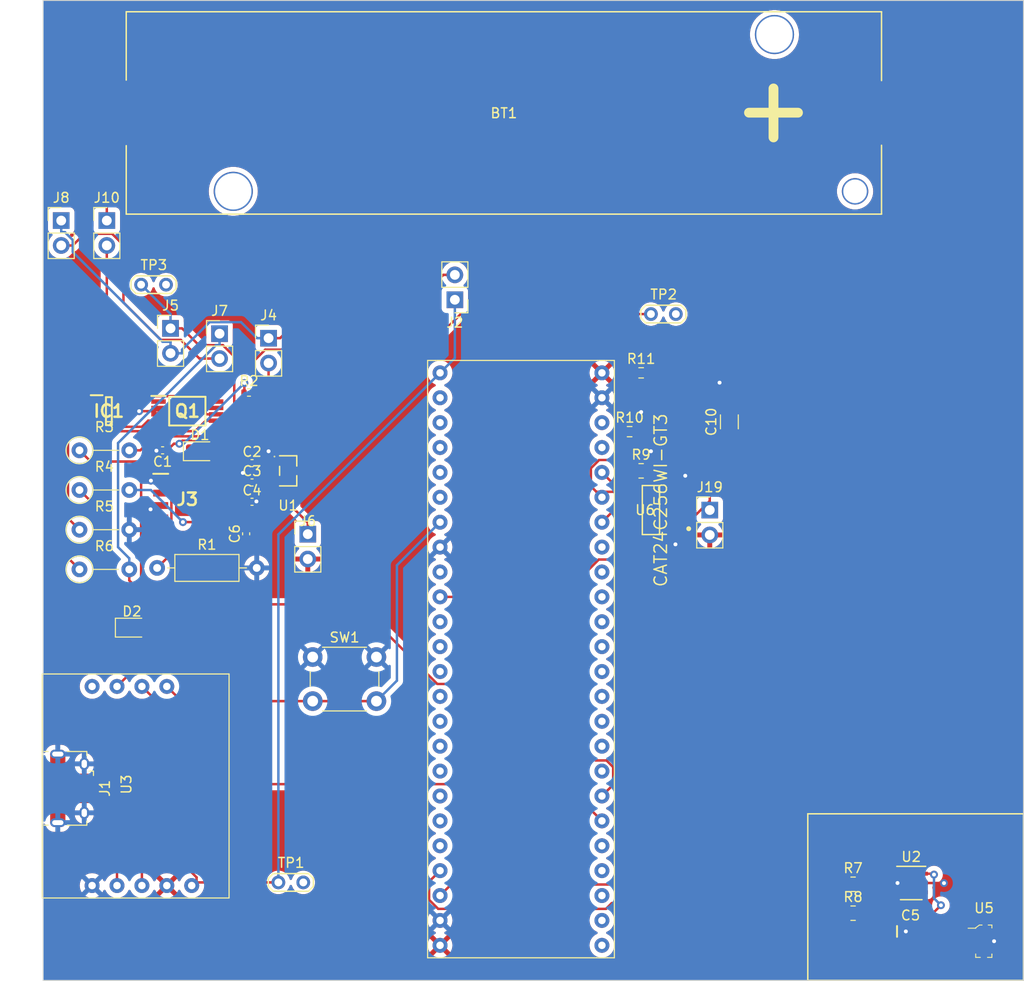
<source format=kicad_pcb>
(kicad_pcb (version 20221018) (generator pcbnew)
  (layers (0 "F.Cu" signal) (31 "B.Cu" signal) (34 "B.Paste" user) (35 "F.Paste" user) (36 "B.SilkS" user "B.Silkscreen") (37 "F.SilkS" user "F.Silkscreen") (38 "B.Mask" user) (39 "F.Mask" user) (44 "Edge.Cuts" user))
  (net 0 "")
  (net 1 "/Micro controller pin outs/NRST")
  (net 2 "GND")
  (net 3 "/Micro controller pin outs/PB6")
  (net 4 "/Micro controller pin outs/PA0")
  (net 5 "/SCL")
  (net 6 "/Micro controller pin outs/PB7")
  (net 7 "Net-(IC1-VCC)")
  (net 8 "Net-(J4-Pin_2)")
  (net 9 "Net-(IC1-CS)")
  (net 10 "Net-(D2-K)")
  (net 11 "Net-(J3-~{STDBY})")
  (net 12 "Net-(D1-K)")
  (net 13 "Net-(J3-~{CHRG})")
  (net 14 "Net-(J3-PROG2)")
  (net 15 "/Power module/Vcc_IC")
  (net 16 "Net-(J6-Pin_1)")
  (net 17 "Net-(J7-Pin_1)")
  (net 18 "/SDA")
  (net 19 "/Supply_Voltage")
  (net 20 "Vreg_Out")
  (net 21 "Data -")
  (net 22 "Data +")
  (net 25 "/Power module/V_Battery")
  (net 26 "/Battery+")
  (net 27 "Net-(J3-BAT)")
  (net 28 "Net-(IC1-GND)")
  (net 29 "/Battery-")
  (net 32 "/Power module/OC")
  (net 33 "/Power module/OD")
  (net 36 "/Micro controller pin outs/BOOT")
  (net 37 "/Power module/5V")
  (net 38 "Net-(J19-Pin_1)")
  (net 42 "/Micro controller pin outs/PA1")
  (net 43 "/Micro controller pin outs/PA2")
  (net 44 "/Micro controller pin outs/PA3")
  (net 45 "/Micro controller pin outs/PA4")
  (net 46 "/Micro controller pin outs/PA5")
  (net 47 "/Micro controller pin outs/PA6")
  (net 48 "/Micro controller pin outs/PA7")
  (net 49 "/Micro controller pin outs/PB0")
  (net 50 "/Micro controller pin outs/PB1")
  (net 51 "/Micro controller pin outs/PB2")
  (net 52 "/Micro controller pin outs/PB3")
  (net 53 "/Micro controller pin outs/PA15")
  (net 54 "/Micro controller pin outs/PA14")
  (net 55 "/Micro controller pin outs/PF7")
  (net 56 "/Micro controller pin outs/PF6")
  (net 57 "/Micro controller pin outs/PA13")
  (net 58 "/Micro controller pin outs/PA12")
  (net 59 "/Micro controller pin outs/PA11")
  (net 60 "/Micro controller pin outs/PA10")
  (net 61 "/Micro controller pin outs/PA9")
  (net 62 "/Micro controller pin outs/PA8")
  (net 63 "/Micro controller pin outs/PB15")
  (net 64 "/Micro controller pin outs/PB14")
  (net 65 "/Micro controller pin outs/PB13")
  (net 66 "/Micro controller pin outs/PB12")
  (net 67 "/Micro controller pin outs/PC13")
  (net 68 "/Micro controller pin outs/PC14")
  (net 69 "/Micro controller pin outs/PC15")
  (net 70 "/Micro controller pin outs/PF0")
  (net 71 "/Micro controller pin outs/PF1")
  (net 72 "/Micro controller pin outs/VDDA")
  (net 73 "/Micro controller pin outs/PB4")
  (net 74 "/Micro controller pin outs/PB5")
  (net 75 "/Micro controller pin outs/PB8")
  (net 76 "/Micro controller pin outs/PB9")
  (footprint "Capacitor_SMD:C_0402_1005Metric" (layer "F.Cu") (at 131.312 99.215)
    (fp_text reference "C2")
    (fp_text value "1uf")
  )
  (footprint "TestPoint:TestPoint_2Pads_Pitch2.54mm_Drill0.8mm" (layer "F.Cu") (at 120 81)
    (fp_text reference "TP3")
    (fp_text value "TestPoint")
  )
  (footprint "Capacitor_SMD:C_0402_1005Metric" (layer "F.Cu") (at 131.312 103.155)
    (fp_text reference "C4")
    (fp_text value "10uf")
  )
  (footprint "Capacitor_SMD:C_0402_1005Metric" (layer "F.Cu") (at 131.312 101.185)
    (fp_text reference "C3")
    (fp_text value "1uf")
  )
  (footprint "Connector_PinHeader_2.54mm:PinHeader_1x02_P2.54mm_Vertical" (layer "F.Cu") (at 111.85 74.46)
    (fp_text reference "J8")
    (fp_text value "Conn_01x02_Pin")
  )
  (footprint "Resistor_THT:R_Axial_DIN0207_L6.3mm_D2.5mm_P5.08mm_Vertical" (layer "F.Cu") (at 113.712 106.005)
    (fp_text reference "R5")
    (fp_text value "1k")
  )
  (footprint "Connector_PinHeader_2.54mm:PinHeader_1x02_P2.54mm_Vertical" (layer "F.Cu") (at 178 104)
    (fp_text reference "J19")
    (fp_text value "C5116481")
  )
  (footprint "BAT60JFILM:ON_Semi-751BD-01-12_2008-O-0" (layer "F.Cu") (at 172 104 180)
    (fp_text reference "U6")
    (fp_text value "CAT24C256WI-GT3")
  )
  (footprint "BAT60JFILM:18650_Holder_SMD" (layer "F.Cu") (at 157 64)
    (fp_text reference "BT1")
    (fp_text value "Battery_Cell")
  )
  (footprint "Connector_PinHeader_2.54mm:PinHeader_1x02_P2.54mm_Vertical" (layer "F.Cu") (at 116.5 74.46)
    (fp_text reference "J10")
    (fp_text value "Conn_01x02_Pin")
  )
  (footprint "TestPoint:TestPoint_2Pads_Pitch2.54mm_Drill0.8mm" (layer "F.Cu") (at 134 142)
    (fp_text reference "TP1")
    (fp_text value "TestPoint")
  )
  (footprint "Connector_USB:USB_Micro-B_Amphenol_10118194_Horizontal" (layer "F.Cu") (at 112.8 132.4 -90)
    (fp_text reference "J1")
    (fp_text value "USB_B_Micro")
  )
  (footprint "BAT60JFILM:FB8205A" (layer "F.Cu") (at 124.712 93.905)
    (fp_text reference "Q1")
    (fp_text value "Dual Mosfet FS8205A" hide)
  )
  (footprint "Resistor_SMD:R_0402_1005Metric" (layer "F.Cu") (at 131 92)
    (fp_text reference "R2")
    (fp_text value "400m")
  )
  (footprint "Package_SON:Texas_PWSON-N6" (layer "F.Cu") (at 198.55 142.06)
    (fp_text reference "U2")
    (fp_text value "HDC1080")
  )
  (footprint "BAT60JFILM:DW01A" (layer "F.Cu") (at 116.712 93.905)
    (fp_text reference "IC1")
    (fp_text value " battery protection IC  DW01A-G" hide)
  )
  (footprint "Resistor_THT:R_Axial_DIN0207_L6.3mm_D2.5mm_P5.08mm_Vertical" (layer "F.Cu") (at 113.712 101.955)
    (fp_text reference "R4")
    (fp_text value "1k")
  )
  (footprint "BAT60JFILM:CAPC2012X140N" (layer "F.Cu") (at 197.1 147)
    (fp_text reference "C5")
    (fp_text value "CL21B104KCFNNNE")
  )
  (footprint "BAT60JFILM:SOT-23-3" (layer "F.Cu") (at 205.95 148)
    (fp_text reference "U5")
    (fp_text value "MCP9701AT-E_TT")
  )
  (footprint "Resistor_THT:R_Axial_DIN0207_L6.3mm_D2.5mm_P5.08mm_Vertical" (layer "F.Cu") (at 113.712 110.055)
    (fp_text reference "R6")
    (fp_text value "100")
  )
  (footprint "LED_SMD:LED_0805_2012Metric" (layer "F.Cu") (at 119.0625 116)
    (fp_text reference "D2")
    (fp_text value "Red LED")
  )
  (footprint "Resistor_SMD:R_0603_1608Metric" (layer "F.Cu") (at 171 90)
    (fp_text reference "R11")
    (fp_text value "1k")
  )
  (footprint "Connector_PinHeader_2.54mm:PinHeader_1x02_P2.54mm_Vertical" (layer "F.Cu") (at 137 106.46)
    (fp_text reference "J6")
    (fp_text value "Conn_01x02_Pin")
  )
  (footprint "BAT60JFILM:STLINK_UCT" (layer "F.Cu") (at 118.81 132.16)
    (fp_text reference "U3")
    (fp_text value "STLINK_UCT")
  )
  (footprint "Button_Switch_THT:SW_PUSH_6mm" (layer "F.Cu") (at 137.5 119)
    (fp_text reference "SW1")
    (fp_text value "SW_Push")
  )
  (footprint "Resistor_SMD:R_0805_2012Metric" (layer "F.Cu") (at 192.62 142.19)
    (fp_text reference "R7")
    (fp_text value "4.7k")
  )
  (footprint "Diode_SMD:D_0805_2012Metric" (layer "F.Cu") (at 126 98)
    (fp_text reference "D1")
    (fp_text value "Green LED")
  )
  (footprint "Connector_PinHeader_2.54mm:PinHeader_1x02_P2.54mm_Vertical" (layer "F.Cu") (at 128 86)
    (fp_text reference "J7")
    (fp_text value "Conn_01x02_Pin")
  )
  (footprint "Capacitor_SMD:C_0402_1005Metric" (layer "F.Cu") (at 122.192 97.905 180)
    (fp_text reference "C1")
    (fp_text value "10uf")
  )
  (footprint "TestPoint:TestPoint_2Pads_Pitch2.54mm_Drill0.8mm" (layer "F.Cu") (at 172 84)
    (fp_text reference "TP2")
    (fp_text value "TestPoint")
  )
  (footprint "Resistor_THT:R_Axial_DIN0207_L6.3mm_D2.5mm_P10.16mm_Horizontal" (layer "F.Cu") (at 121.632 109.905)
    (fp_text reference "R1")
    (fp_text value "1.6k")
  )
  (footprint "Capacitor_SMD:C_1206_3216Metric" (layer "F.Cu") (at 180 95 90)
    (fp_text reference "C10")
    (fp_text value "10nF")
  )
  (footprint "Resistor_SMD:R_0603_1608Metric" (layer "F.Cu") (at 169.825 96)
    (fp_text reference "R10")
    (fp_text value "1k")
  )
  (footprint "BAT60JFILM:STM32F051C6T6" (layer "F.Cu") (at 156.6 118.02 -90)
    (fp_text reference "J9" hide)
    (fp_text value "Conn_02x24_Counter_Clockwise" hide)
  )
  (footprint "Capacitor_SMD:C_0402_1005Metric" (layer "F.Cu") (at 130.712 106.425 90)
    (fp_text reference "C6")
    (fp_text value "10uf")
  )
  (footprint "Resistor_SMD:R_0805_2012Metric" (layer "F.Cu") (at 171 100)
    (fp_text reference "R9")
    (fp_text value "10k")
  )
  (footprint "Connector_PinHeader_2.54mm:PinHeader_1x02_P2.54mm_Vertical" (layer "F.Cu") (at 152 82.54 180)
    (fp_text reference "J2")
    (fp_text value "Conn_01x02_Pin")
  )
  (footprint "BAT60JFILM:TP4056" (layer "F.Cu") (at 124.712 102.905)
    (fp_text reference "J3")
    (fp_text value "Battery Charger IC TP4056" hide)
  )
  (footprint "BAT60JFILM:SOT-23-3_L2.9-W1.6-P1.90-LS2.8-BR" (layer "F.Cu") (at 135 100 180)
    (fp_text reference "U1")
    (fp_text value "MCP1700T-3302E_TT")
  )
  (footprint "Resistor_THT:R_Axial_DIN0207_L6.3mm_D2.5mm_P5.08mm_Vertical" (layer "F.Cu") (at 113.712 97.905)
    (fp_text reference "R3")
    (fp_text value "1k")
  )
  (footprint "Connector_PinHeader_2.54mm:PinHeader_1x02_P2.54mm_Vertical" (layer "F.Cu") (at 123 85.46)
    (fp_text reference "J5")
    (fp_text value "Conn_01x02_Pin")
  )
  (footprint "Connector_PinHeader_2.54mm:PinHeader_1x02_P2.54mm_Vertical" (layer "F.Cu") (at 133 86.46)
    (fp_text reference "J4")
    (fp_text value "Conn_01x02_Pin")
  )
  (footprint "Resistor_SMD:R_0805_2012Metric" (layer "F.Cu") (at 192.62 145.14)
    (fp_text reference "R8")
    (fp_text value "4.7k")
  )
  (gr_rect (start 188 135) (end 210 152) (stroke (width 0.15)) (fill none) (layer "F.SilkS"))
  (gr_rect (start 110 52) (end 210 152) (stroke (width 0.1)) (fill none) (layer "Edge.Cuts"))
  (gr_text "Loic Kibambo\nBest Nkhumeleni\nMaisha Magavha\n" (at 200.5 99 90) (layer "F.Cu") (effects (font (size 1.5 1.5) (thickness 0.3) bold) (justify left bottom)))
  (gr_text "Group_22\n" (at 190.5 97 90) (layer "F.Cu") (effects (font (size 1.5 1.5) (thickness 0.3) bold) (justify left bottom)))
  (segment (start 124.12 123.5) (end 122.62 122) (width 0.25) (layer "F.Cu") (net 1))
  (segment (start 137.5 123.5) (end 124.12 123.5) (width 0.25) (layer "F.Cu") (net 1))
  (segment (start 144 123.5) (end 137.5 123.5) (width 0.25) (layer "F.Cu") (net 1))
  (segment (start 146.091 121.409) (end 144 123.5) (width 0.25) (layer "B.Cu") (net 1))
  (segment (start 150.49 105.24) (end 146.091 109.639) (width 0.25) (layer "B.Cu") (net 1))
  (segment (start 146.091 109.639) (end 146.091 121.409) (width 0.25) (layer "B.Cu") (net 1))
  (segment (start 174.316 104.635) (end 174.316 101.684) (width 0.25) (layer "F.Cu") (net 2))
  (segment (start 121.444 93.91) (end 121.774 93.58) (width 0.25) (layer "F.Cu") (net 2))
  (segment (start 122 103.54) (end 121.35 103.54) (width 0.25) (layer "F.Cu") (net 2))
  (segment (start 133 98) (end 133 98.007) (width 0.25) (layer "F.Cu") (net 2))
  (segment (start 174.316 107.316) (end 174.5 107.5) (width 0.25) (layer "F.Cu") (net 2))
  (segment (start 130.38 100.21) (end 130.825 100.21) (width 0.25) (layer "F.Cu") (net 2))
  (segment (start 122 101) (end 121 101) (width 0.25) (layer "F.Cu") (net 2))
  (segment (start 119.8 93.91) (end 121.444 93.91) (width 0.25) (layer "F.Cu") (net 2))
  (segment (start 169.684 104.635) (end 174.316 104.635) (width 0.25) (layer "F.Cu") (net 2))
  (segment (start 170.088 100) (end 170.088 99.9125) (width 0.25) (layer "F.Cu") (net 2))
  (segment (start 111.5 133.4) (end 111.5 135.3) (width 0.25) (layer "F.Cu") (net 2))
  (segment (start 114.2 133.7) (end 114.2 134.9) (width 0.25) (layer "F.Cu") (net 2))
  (segment (start 130.825 100.21) (end 131.792 101.177) (width 0.25) (layer "F.Cu") (net 2))
  (segment (start 131.792 101.177) (end 131.792 101.185) (width 0.25) (layer "F.Cu") (net 2))
  (segment (start 133 98.2851) (end 133.765 99.05) (width 0.25) (layer "F.Cu") (net 2))
  (segment (start 121.35 103.54) (end 120.962 103.927) (width 0.25) (layer "F.Cu") (net 2))
  (segment (start 180 93.525) (end 180 92) (width 0.25) (layer "F.Cu") (net 2))
  (segment (start 133 98.007) (end 133 98.2851) (width 0.25) (layer "F.Cu") (net 2))
  (segment (start 111.5 129.5) (end 111.5 131.4) (width 0.25) (layer "F.Cu") (net 2))
  (segment (start 133 98) (end 133 98.007) (width 0.25) (layer "F.Cu") (net 2))
  (segment (start 121.774 93.58) (end 121.774 94.23) (width 0.25) (layer "F.Cu") (net 2))
  (segment (start 111.5 131.4) (end 111.5 133.4) (width 0.25) (layer "F.Cu") (net 2))
  (segment (start 133 98.007) (end 131.792 99.215) (width 0.25) (layer "F.Cu") (net 2))
  (segment (start 174.316 101.684) (end 175.5 100.5) (width 0.25) (layer "F.Cu") (net 2))
  (segment (start 180 92) (end 179 91) (width 0.25) (layer "F.Cu") (net 2))
  (segment (start 174.316 105.905) (end 174.316 107.316) (width 0.25) (layer "F.Cu") (net 2))
  (segment (start 170.088 99.9125) (end 172 98) (width 0.25) (layer "F.Cu") (net 2))
  (via (at 198 147) (size 0.8) (drill 0.4) (layers "F.Cu" "B.Cu") (net 2))
  (via (at 121 101) (size 0.8) (drill 0.4) (layers "F.Cu" "B.Cu") (net 2))
  (via (at 197.15 142.06) (size 0.8) (drill 0.4) (layers "F.Cu" "B.Cu") (net 2))
  (via (at 172 98) (size 0.8) (drill 0.4) (layers "F.Cu" "B.Cu") (net 2))
  (via (at 174.5 107.5) (size 0.8) (drill 0.4) (layers "F.Cu" "B.Cu") (net 2))
  (via (at 207 148) (size 0.8) (drill 0.4) (layers "F.Cu" "B.Cu") (net 2))
  (via (at 121.56 97.94) (size 0.8) (drill 0.4) (layers "F.Cu" "B.Cu") (net 2))
  (via (at 119.8 93.91) (size 0.8) (drill 0.4) (layers "F.Cu" "B.Cu") (net 2))
  (via (at 131.76 103.12) (size 0.8) (drill 0.4) (layers "F.Cu" "B.Cu") (net 2))
  (via (at 130.38 100.21) (size 0.8) (drill 0.4) (layers "F.Cu" "B.Cu") (net 2))
  (via (at 120.962 103.927) (size 0.8) (drill 0.4) (layers "F.Cu" "B.Cu") (net 2))
  (via (at 179 91) (size 0.8) (drill 0.4) (layers "F.Cu" "B.Cu") (net 2))
  (via (at 175.5 100.5) (size 0.8) (drill 0.4) (layers "F.Cu" "B.Cu") (net 2))
  (via (at 171 94) (size 0.8) (drill 0.4) (layers "F.Cu" "B.Cu") (net 2))
  (via (at 133 98) (size 0.8) (drill 0.4) (layers "F.Cu" "B.Cu") (net 2))
  (segment (start 171.825 90) (end 172.862 91.0375) (width 0.25) (layer "F.Cu") (net 3))
  (segment (start 172.862 94.05) (end 173.285 94.05) (width 0.25) (layer "F.Cu") (net 3))
  (segment (start 168.875 103.365) (end 167 105.24) (width 0.25) (layer "F.Cu") (net 3))
  (segment (start 169.6839 103.365) (end 168.875 103.365) (width 0.25) (layer "F.Cu") (net 3))
  (segment (start 173.285 94.05) (end 173.852 94.6166) (width 0.25) (layer "F.Cu") (net 3))
  (segment (start 173.852 99.5903) (end 170.077 103.365) (width 0.25) (layer "F.Cu") (net 3))
  (segment (start 173.852 94.6166) (end 173.852 99.5903) (width 0.25) (layer "F.Cu") (net 3))
  (segment (start 170.077 103.365) (end 169.6839 103.365) (width 0.25) (layer "F.Cu") (net 3))
  (segment (start 172.862 91.0375) (end 172.862 94.05) (width 0.25) (layer "F.Cu") (net 3))
  (segment (start 204.9 148.325) (end 205.056 148.325) (width 0.25) (layer "F.Cu") (net 4))
  (segment (start 162.873 112.86) (end 150.49 112.86) (width 0.25) (layer "F.Cu") (net 4))
  (segment (start 175.719 109.05) (end 166.683 109.05) (width 0.25) (layer "F.Cu") (net 4))
  (segment (start 205.876 139.208) (end 175.719 109.05) (width 0.25) (layer "F.Cu") (net 4))
  (segment (start 204.9 148.95) (end 204.9 148.325) (width 0.25) (layer "F.Cu") (net 4))
  (segment (start 205.056 148.325) (end 205.876 147.505) (width 0.25) (layer "F.Cu") (net 4))
  (segment (start 205.876 147.505) (end 205.876 139.208) (width 0.25) (layer "F.Cu") (net 4))
  (segment (start 166.683 109.05) (end 162.873 112.86) (width 0.25) (layer "F.Cu") (net 4))
  (segment (start 168.001 144.114) (end 167.414 144.701) (width 0.25) (layer "F.Cu") (net 5))
  (segment (start 193.5325 145.14) (end 193.532 145.14) (width 0.25) (layer "F.Cu") (net 5))
  (segment (start 149.375 141.915) (end 150.49 140.8) (width 0.25) (layer "F.Cu") (net 5))
  (segment (start 149.375 143.776) (end 149.375 141.915) (width 0.25) (layer "F.Cu") (net 5))
  (segment (start 201.578 144.328) (end 200.766 145.14) (width 0.25) (layer "F.Cu") (net 5))
  (segment (start 200.87 141.199) (end 200.664 141.199) (width 0.25) (layer "F.Cu") (net 5))
  (segment (start 193.532 145.14) (end 192.506 144.114) (width 0.25) (layer "F.Cu") (net 5))
  (segment (start 192.506 144.114) (end 168.001 144.114) (width 0.25) (layer "F.Cu") (net 5))
  (segment (start 200.664 141.199) (end 200.575 141.11) (width 0.25) (layer "F.Cu") (net 5))
  (segment (start 200.766 145.14) (end 193.5325 145.14) (width 0.25) (layer "F.Cu") (net 5))
  (segment (start 167.414 144.701) (end 150.3 144.701) (width 0.25) (layer "F.Cu") (net 5))
  (segment (start 150.3 144.701) (end 149.375 143.776) (width 0.25) (layer "F.Cu") (net 5))
  (segment (start 200.575 141.11) (end 199.95 141.11) (width 0.25) (layer "F.Cu") (net 5))
  (via (at 200.87 141.199) (size 0.8) (drill 0.4) (layers "F.Cu" "B.Cu") (net 5))
  (via (at 201.578 144.328) (size 0.8) (drill 0.4) (layers "F.Cu" "B.Cu") (net 5))
  (segment (start 200.87 143.62) (end 201.578 144.328) (width 0.25) (layer "B.Cu") (net 5))
  (segment (start 200.87 141.199) (end 200.87 143.62) (width 0.25) (layer "B.Cu") (net 5))
  (segment (start 166.437 102.137) (end 167 102.7) (width 0.25) (layer "F.Cu") (net 6))
  (segment (start 167.76 98.89) (end 166.719 98.89) (width 0.25) (layer "F.Cu") (net 6))
  (segment (start 169.642 102.137) (end 169.6839 102.0951) (width 0.25) (layer "F.Cu") (net 6))
  (segment (start 165.874 99.7342) (end 165.874 101.574) (width 0.25) (layer "F.Cu") (net 6))
  (segment (start 165.874 101.574) (end 166.437 102.137) (width 0.25) (layer "F.Cu") (net 6))
  (segment (start 170.65 96) (end 167.76 98.89) (width 0.25) (layer "F.Cu") (net 6))
  (segment (start 166.719 98.89) (end 165.874 99.7342) (width 0.25) (layer "F.Cu") (net 6))
  (segment (start 169.6839 102.0951) (end 169.684 102.095) (width 0.25) (layer "F.Cu") (net 6))
  (segment (start 166.437 102.137) (end 169.642 102.137) (width 0.25) (layer "F.Cu") (net 6))
  (segment (start 169.6839 102.0951) (end 169.6839 102.095) (width 0.25) (layer "F.Cu") (net 6))
  (segment (start 117.037 93.905) (end 117.037 92.5027) (width 0.25) (layer "F.Cu") (net 7))
  (segment (start 116.383 91.8485) (end 114.497 91.8485) (width 0.25) (layer "F.Cu") (net 7))
  (segment (start 112.088 108.431) (end 113.712 110.055) (width 0.25) (layer "F.Cu") (net 7))
  (segment (start 112.088 94.2574) (end 112.088 108.431) (width 0.25) (layer "F.Cu") (net 7))
  (segment (start 117.962 93.905) (end 117.037 93.905) (width 0.25) (layer "F.Cu") (net 7))
  (segment (start 114.497 91.8485) (end 112.088 94.2574) (width 0.25) (layer "F.Cu") (net 7))
  (segment (start 117.037 92.5027) (end 116.383 91.8485) (width 0.25) (layer "F.Cu") (net 7))
  (segment (start 136.2351 100.0389) (end 136.2351 100) (width 0.25) (layer "F.Cu") (net 8))
  (segment (start 130.832 99.215) (end 130.832 99.2562) (width 0.25) (layer "F.Cu") (net 8))
  (segment (start 136.235 100.117) (end 136.235 100.078) (width 0.25) (layer "F.Cu") (net 8))
  (segment (start 133 91.5356) (end 130.832 93.7036) (width 0.25) (layer "F.Cu") (net 8))
  (segment (start 133 89) (end 133 91.5356) (width 0.25) (layer "F.Cu") (net 8))
  (segment (start 136.235 100.234) (end 136.235 100.156) (width 0.25) (layer "F.Cu") (net 8))
  (segment (start 130.832 99.2562) (end 132.398 100.822) (width 0.25) (layer "F.Cu") (net 8))
  (segment (start 136.235 100.039) (end 136.2351 100.0389) (width 0.25) (layer "F.Cu") (net 8))
  (segment (start 136.235 100.117) (end 136.235 100.078) (width 0.25) (layer "F.Cu") (net 8))
  (segment (start 136.235 100.156) (end 136.235 100.117) (width 0.25) (layer "F.Cu") (net 8))
  (segment (start 136.235 100.312) (end 136.235 100.234) (width 0.25) (layer "F.Cu") (net 8))
  (segment (start 136.235 100.078) (end 136.235 100.039) (width 0.25) (layer "F.Cu") (net 8))
  (segment (start 136.235 100.039) (end 136.235 100) (width 0.25) (layer "F.Cu") (net 8))
  (segment (start 136.235 100.234) (end 136.235 100.156) (width 0.25) (layer "F.Cu") (net 8))
  (segment (start 135.285 101.575) (end 136.235 100.625) (width 0.25) (layer "F.Cu") (net 8))
  (segment (start 132.398 100.822) (end 132.398 100.916) (width 0.25) (layer "F.Cu") (net 8))
  (segment (start 136.235 100.468) (end 136.235 100.312) (width 0.25) (layer "F.Cu") (net 8))
  (segment (start 132.398 100.916) (end 133.057 101.575) (width 0.25) (layer "F.Cu") (net 8))
  (segment (start 130.832 93.7036) (end 130.832 99.215) (width 0.25) (layer "F.Cu") (net 8))
  (segment (start 136.235 100.625) (end 136.235 100.468) (width 0.25) (layer "F.Cu") (net 8))
  (segment (start 136.235 100.468) (end 136.235 100.312) (width 0.25) (layer "F.Cu") (net 8))
  (segment (start 133.057 101.575) (end 135.285 101.575) (width 0.25) (layer "F.Cu") (net 8))
  (segment (start 116.387 92.4896) (end 116.202 92.3048) (width 0.25) (layer "F.Cu") (net 9))
  (segment (start 114.728 92.3048) (end 112.538 94.4938) (width 0.25) (layer "F.Cu") (net 9))
  (segment (start 112.538 104.832) (end 113.712 106.005) (width 0.25) (layer "F.Cu") (net 9))
  (segment (start 112.538 94.4938) (end 112.538 104.832) (width 0.25) (layer "F.Cu") (net 9))
  (segment (start 116.202 92.3048) (end 114.728 92.3048) (width 0.25) (layer "F.Cu") (net 9))
  (segment (start 115.462 93.905) (end 116.387 93.905) (width 0.25) (layer "F.Cu") (net 9))
  (segment (start 116.387 93.905) (end 116.387 92.4896) (width 0.25) (layer "F.Cu") (net 9))
  (segment (start 116.252 104.495) (end 116.252 114.127) (width 0.25) (layer "F.Cu") (net 10))
  (segment (start 116.252 114.127) (end 118.125 116) (width 0.25) (layer "F.Cu") (net 10))
  (segment (start 113.712 101.955) (end 116.252 104.495) (width 0.25) (layer "F.Cu") (net 10))
  (segment (start 125.859 105.23) (end 124.264 105.23) (width 0.25) (layer "F.Cu") (net 11))
  (segment (start 127.424 103.54) (end 126.336 103.54) (width 0.25) (layer "F.Cu") (net 11))
  (segment (start 126.336 104.752) (end 125.859 105.23) (width 0.25) (layer "F.Cu") (net 11))
  (segment (start 126.336 103.54) (end 126.336 104.752) (width 0.25) (layer "F.Cu") (net 11))
  (via (at 124.264 105.23) (size 0.8) (drill 0.4) (layers "F.Cu" "B.Cu") (net 11))
  (segment (start 118.792 101.955) (end 120.99 101.955) (width 0.25) (layer "B.Cu") (net 11))
  (segment (start 120.99 101.955) (end 124.264 105.23) (width 0.25) (layer "B.Cu") (net 11))
  (segment (start 124.014 99.0482) (end 125.062 98) (width 0.25) (layer "F.Cu") (net 12))
  (segment (start 113.712 97.905) (end 114.855 99.0482) (width 0.25) (layer "F.Cu") (net 12))
  (segment (start 114.855 99.0482) (end 124.014 99.0482) (width 0.25) (layer "F.Cu") (net 12))
  (segment (start 125.0625 98) (end 125.062 98) (width 0.25) (layer "F.Cu") (net 12))
  (segment (start 128.512 102.27) (end 128.512 98.0215) (width 0.25) (layer "F.Cu") (net 13))
  (segment (start 119.917 97.905) (end 118.792 97.905) (width 0.25) (layer "F.Cu") (net 13))
  (segment (start 121.348 96.4745) (end 119.917 97.905) (width 0.25) (layer "F.Cu") (net 13))
  (segment (start 126.965 96.4745) (end 121.348 96.4745) (width 0.25) (layer "F.Cu") (net 13))
  (segment (start 128.512 98.0215) (end 126.965 96.4745) (width 0.25) (layer "F.Cu") (net 13))
  (segment (start 127.424 102.27) (end 128.512 102.27) (width 0.25) (layer "F.Cu") (net 13))
  (segment (start 123.088 102.27) (end 123.088 108.449) (width 0.25) (layer "F.Cu") (net 14))
  (segment (start 123.088 108.449) (end 121.632 109.905) (width 0.25) (layer "F.Cu") (net 14))
  (segment (start 122 102.27) (end 123.088 102.27) (width 0.25) (layer "F.Cu") (net 14))
  (segment (start 126.938 98.0002) (end 126.938 98) (width 0.25) (layer "F.Cu") (net 15))
  (segment (start 122 104.81) (end 120.912 104.81) (width 0.25) (layer "F.Cu") (net 15))
  (segment (start 126.938 98) (end 126.938 97.9999) (width 0.25) (layer "F.Cu") (net 15))
  (segment (start 127.424 101) (end 126.88 101) (width 0.25) (layer "F.Cu") (net 15))
  (segment (start 130.49 92) (end 130.531 91.9587) (width 0.25) (layer "F.Cu") (net 15))
  (segment (start 120 100.975) (end 120.975 100) (width 0.25) (layer "F.Cu") (net 15))
  (segment (start 123.344 97.233) (end 122.672 97.905) (width 0.25) (layer "F.Cu") (net 15))
  (segment (start 126.938 97.9999) (end 125.864 96.9265) (width 0.25) (layer "F.Cu") (net 15))
  (segment (start 126.88 100) (end 126.88 98.0573) (width 0.25) (layer "F.Cu") (net 15))
  (segment (start 126.88 98.0573) (end 126.938 98.0002) (width 0.25) (layer "F.Cu") (net 15))
  (segment (start 126.938 97.9999) (end 126.9376 97.9999) (width 0.25) (layer "F.Cu") (net 15))
  (segment (start 130.531 91.9587) (end 130.531 91.0381) (width 0.25) (layer "F.Cu") (net 15))
  (segment (start 120 105.722) (end 120 100.975) (width 0.25) (layer "F.Cu") (net 15))
  (segment (start 120 116) (end 120 105.722) (width 0.25) (layer "F.Cu") (net 15))
  (segment (start 126.938 98) (end 126.938 97.9999) (width 0.25) (layer "F.Cu") (net 15))
  (segment (start 126.938 97.9999) (end 126.938 98) (width 0.25) (layer "F.Cu") (net 15))
  (segment (start 126.88 101) (end 126.88 100) (width 0.25) (layer "F.Cu") (net 15))
  (segment (start 126.938 97.9999) (end 126.938 98) (width 0.25) (layer "F.Cu") (net 15))
  (segment (start 120.975 100) (end 126.88 100) (width 0.25) (layer "F.Cu") (net 15))
  (segment (start 125.864 96.9265) (end 124.209 96.9265) (width 0.25) (layer "F.Cu") (net 15))
  (segment (start 123.903 97.233) (end 123.344 97.233) (width 0.25) (layer "F.Cu") (net 15))
  (segment (start 120.912 104.81) (end 120 105.722) (width 0.25) (layer "F.Cu") (net 15))
  (segment (start 126.938 97.9999) (end 126.938 98) (width 0.25) (layer "F.Cu") (net 15))
  (segment (start 126.9376 97.9999) (end 126.9375 98) (width 0.25) (layer "F.Cu") (net 15))
  (segment (start 124.209 96.9265) (end 123.903 97.233) (width 0.25) (layer "F.Cu") (net 15))
  (via (at 130.531 91.0381) (size 0.8) (drill 0.4) (layers "F.Cu" "B.Cu") (net 15))
  (via (at 123.903 97.233) (size 0.8) (drill 0.4) (layers "F.Cu" "B.Cu") (net 15))
  (segment (start 123.903 97.233) (end 124.336 97.233) (width 0.25) (layer "B.Cu") (net 15))
  (segment (start 124.336 97.233) (end 130.531 91.0381) (width 0.25) (layer "B.Cu") (net 15))
  (segment (start 136.96 99.3627) (end 135.352 99.3627) (width 0.25) (layer "F.Cu") (net 16))
  (segment (start 133.765 100.482) (end 133.765 100.638) (width 0.25) (layer "F.Cu") (net 16))
  (segment (start 135.612 102.054) (end 137.098 100.567) (width 0.25) (layer "F.Cu") (net 16))
  (segment (start 133.765 100.911) (end 133.7649 100.9111) (width 0.25) (layer "F.Cu") (net 16))
  (segment (start 133.765 100.833) (end 133.765 100.872) (width 0.25) (layer "F.Cu") (net 16))
  (segment (start 133.765 100.325) (end 133.765 100.482) (width 0.25) (layer "F.Cu") (net 16))
  (segment (start 137 105.285) (end 137 106.46) (width 0.25) (layer "F.Cu") (net 16))
  (segment (start 133.765 100.716) (end 133.765 100.794) (width 0.25) (layer "F.Cu") (net 16))
  (segment (start 135.612 103.897) (end 137 105.285) (width 0.25) (layer "F.Cu") (net 16))
  (segment (start 133.765 100.638) (end 133.765 100.716) (width 0.25) (layer "F.Cu") (net 16))
  (segment (start 131.625 102.054) (end 135.612 102.054) (width 0.25) (layer "F.Cu") (net 16))
  (segment (start 135.612 102.054) (end 135.612 103.897) (width 0.25) (layer "F.Cu") (net 16))
  (segment (start 137.098 99.5006) (end 136.96 99.3627) (width 0.25) (layer "F.Cu") (net 16))
  (segment (start 135.352 99.3627) (end 134.39 100.325) (width 0.25) (layer "F.Cu") (net 16))
  (segment (start 134.39 100.325) (end 133.765 100.325) (width 0.25) (layer "F.Cu") (net 16))
  (segment (start 133.7649 100.9111) (end 133.7649 100.95) (width 0.25) (layer "F.Cu") (net 16))
  (segment (start 133.765 100.794) (end 133.765 100.833) (width 0.25) (layer "F.Cu") (net 16))
  (segment (start 133.765 100.482) (end 133.765 100.638) (width 0.25) (layer "F.Cu") (net 16))
  (segment (start 137.098 100.567) (end 137.098 99.5006) (width 0.25) (layer "F.Cu") (net 16))
  (segment (start 130.832 101.26) (end 131.625 102.054) (width 0.25) (layer "F.Cu") (net 16))
  (segment (start 130.832 101.185) (end 130.832 101.26) (width 0.25) (layer "F.Cu") (net 16))
  (segment (start 133.765 100.911) (end 133.765 100.95) (width 0.25) (layer "F.Cu") (net 16))
  (segment (start 133.765 100.833) (end 133.765 100.872) (width 0.25) (layer "F.Cu") (net 16))
  (segment (start 172 84) (end 152.599 84) (width 0.25) (layer "F.Cu") (net 16))
  (segment (start 133.765 100.716) (end 133.765 100.794) (width 0.25) (layer "F.Cu") (net 16))
  (segment (start 152.599 84) (end 137.098 99.5006) (width 0.25) (layer "F.Cu") (net 16))
  (segment (start 133.765 100.872) (end 133.765 100.911) (width 0.25) (layer "F.Cu") (net 16))
  (segment (start 119.062 116.583) (end 119.506 117.026) (width 0.25) (layer "F.Cu") (net 17))
  (segment (start 118.792 110.055) (end 118.792 111.18) (width 0.25) (layer "F.Cu") (net 17))
  (segment (start 120.591 117.026) (end 130.712 106.905) (width 0.25) (layer "F.Cu") (net 17))
  (segment (start 119.062 111.451) (end 119.062 116.583) (width 0.25) (layer "F.Cu") (net 17))
  (segment (start 119.506 117.026) (end 120.591 117.026) (width 0.25) (layer "F.Cu") (net 17))
  (segment (start 118.792 111.18) (end 119.062 111.451) (width 0.25) (layer "F.Cu") (net 17))
  (segment (start 127.633 87.1751) (end 117.647 97.1607) (width 0.25) (layer "B.Cu") (net 17))
  (segment (start 118.792 108.93) (end 118.792 110.055) (width 0.25) (layer "B.Cu") (net 17))
  (segment (start 117.647 97.1607) (end 117.647 107.785) (width 0.25) (layer "B.Cu") (net 17))
  (segment (start 128 87.1751) (end 127.633 87.1751) (width 0.25) (layer "B.Cu") (net 17))
  (segment (start 117.647 107.785) (end 118.792 108.93) (width 0.25) (layer "B.Cu") (net 17))
  (segment (start 128 86) (end 128 87.1751) (width 0.25) (layer "B.Cu") (net 17))
  (segment (start 196.672 139.05) (end 197.15 139.528) (width 0.25) (layer "F.Cu") (net 18))
  (segment (start 150.49 143.34) (end 151.616 142.214) (width 0.25) (layer "F.Cu") (net 18))
  (segment (start 193.275 142.448) (end 193.404 142.319) (width 0.25) (layer "F.Cu") (net 18))
  (segment (start 193.5 142.222) (end 193.516 142.206) (width 0.25) (layer "F.Cu") (net 18))
  (segment (start 193.531 142.191) (end 193.5315 142.191) (width 0.25) (layer "F.Cu") (net 18))
  (segment (start 193.528 142.194) (end 193.53 142.192) (width 0.25) (layer "F.Cu") (net 18))
  (segment (start 193.53 142.192) (end 193.531 142.191) (width 0.25) (layer "F.Cu") (net 18))
  (segment (start 197.15 139.528) (end 197.15 141.11) (width 0.25) (layer "F.Cu") (net 18))
  (segment (start 193.275 142.448) (end 193.404 142.319) (width 0.25) (layer "F.Cu") (net 18))
  (segment (start 192.503 143.22) (end 193.018 142.705) (width 0.25) (layer "F.Cu") (net 18))
  (segment (start 193.524 142.198) (end 193.528 142.194) (width 0.25) (layer "F.Cu") (net 18))
  (segment (start 193.524 142.198) (end 193.528 142.194) (width 0.25) (layer "F.Cu") (net 18))
  (segment (start 193.404 142.319) (end 193.468 142.254) (width 0.25) (layer "F.Cu") (net 18))
  (segment (start 193.53 142.192) (end 193.531 142.191) (width 0.25) (layer "F.Cu") (net 18))
  (segment (start 193.5315 142.191) (end 193.5325 142.19) (width 0.25) (layer "F.Cu") (net 18))
  (segment (start 193.018 142.705) (end 193.275 142.448) (width 0.25) (layer "F.Cu") (net 18))
  (segment (start 193.5 142.222) (end 193.516 142.206) (width 0.25) (layer "F.Cu") (net 18))
  (segment (start 169.66 142.214) (end 170.666 143.22) (width 0.25) (layer "F.Cu") (net 18))
  (segment (start 193.468 142.254) (end 193.5 142.222) (width 0.25) (layer "F.Cu") (net 18))
  (segment (start 170.666 143.22) (end 192.503 143.22) (width 0.25) (layer "F.Cu") (net 18))
  (segment (start 193.018 142.705) (end 193.275 142.448) (width 0.25) (layer "F.Cu") (net 18))
  (segment (start 193.516 142.206) (end 193.524 142.198) (width 0.25) (layer "F.Cu") (net 18))
  (segment (start 193.532 142.19) (end 196.672 139.05) (width 0.25) (layer "F.Cu") (net 18))
  (segment (start 193.531 142.191) (end 193.532 142.19) (width 0.25) (layer "F.Cu") (net 18))
  (segment (start 193.524 142.198) (end 193.528 142.194) (width 0.25) (layer "F.Cu") (net 18))
  (segment (start 193.528 142.194) (end 193.53 142.192) (width 0.25) (layer "F.Cu") (net 18))
  (segment (start 193.531 142.191) (end 193.532 142.19) (width 0.25) (layer "F.Cu") (net 18))
  (segment (start 151.616 142.214) (end 169.66 142.214) (width 0.25) (layer "F.Cu") (net 18))
  (segment (start 193.516 142.206) (end 193.524 142.198) (width 0.25) (layer "F.Cu") (net 18))
  (segment (start 193.404 142.319) (end 193.468 142.254) (width 0.25) (layer "F.Cu") (net 18))
  (segment (start 193.468 142.254) (end 193.5 142.222) (width 0.25) (layer "F.Cu") (net 18))
  (segment (start 193.53 142.192) (end 193.531 142.191) (width 0.25) (layer "F.Cu") (net 18))
  (segment (start 193.531 142.191) (end 193.532 142.19) (width 0.25) (layer "F.Cu") (net 18))
  (segment (start 193.528 142.194) (end 193.53 142.192) (width 0.25) (layer "F.Cu") (net 18))
  (segment (start 199.95 142.06) (end 201.88 142.06) (width 0.25) (layer "F.Cu") (net 19))
  (segment (start 201.88 142.06) (end 201.89 142.07) (width 0.25) (layer "F.Cu") (net 19))
  (via (at 201.89 142.07) (size 0.8) (drill 0.4) (layers "F.Cu" "B.Cu") (net 19))
  (segment (start 125.656 141.48) (end 115.276 131.1) (width 0.25) (layer "F.Cu") (net 20))
  (segment (start 134 142) (end 125.656 142) (width 0.25) (layer "F.Cu") (net 20))
  (segment (start 125.656 142) (end 125.656 141.48) (width 0.25) (layer "F.Cu") (net 20))
  (segment (start 125.48 142) (end 125.16 142.32) (width 0.25) (layer "F.Cu") (net 20))
  (segment (start 125.656 142) (end 125.48 142) (width 0.25) (layer "F.Cu") (net 20))
  (segment (start 115.276 131.1) (end 114.2 131.1) (width 0.25) (layer "F.Cu") (net 20))
  (segment (start 150.49 90) (end 152 88.49) (width 0.25) (layer "B.Cu") (net 20))
  (segment (start 134 106.49) (end 150.49 90) (width 0.25) (layer "B.Cu") (net 20))
  (segment (start 152 88.49) (end 152 82.54) (width 0.25) (layer "B.Cu") (net 20))
  (segment (start 134 142) (end 134 106.49) (width 0.25) (layer "B.Cu") (net 20))
  (segment (start 120.08 142.32) (end 120.08 136.592) (width 0.25) (layer "F.Cu") (net 21))
  (segment (start 120.08 136.592) (end 115.238 131.75) (width 0.25) (layer "F.Cu") (net 21))
  (segment (start 115.238 131.75) (end 114.2 131.75) (width 0.25) (layer "F.Cu") (net 21))
  (segment (start 117.54 134.74) (end 117.54 142.32) (width 0.25) (layer "F.Cu") (net 22))
  (segment (start 114.2 132.4) (end 115.2 132.4) (width 0.25) (layer "F.Cu") (net 22))
  (segment (start 115.2 132.4) (end 117.54 134.74) (width 0.25) (layer "F.Cu") (net 22))
  (segment (start 114.216 75.8088) (end 117.042 75.8088) (width 0.25) (layer "F.Cu") (net 25))
  (segment (start 125.951 88.54) (end 128 88.54) (width 0.25) (layer "F.Cu") (net 25))
  (segment (start 124.046 86.6352) (end 125.951 88.54) (width 0.25) (layer "F.Cu") (net 25))
  (segment (start 122.014 86.6352) (end 124.046 86.6352) (width 0.25) (layer "F.Cu") (net 25))
  (segment (start 118.197 76.964) (end 118.197 82.8184) (width 0.25) (layer "F.Cu") (net 25))
  (segment (start 113.025 77) (end 114.216 75.8088) (width 0.25) (layer "F.Cu") (net 25))
  (segment (start 118.197 82.8184) (end 122.014 86.6352) (width 0.25) (layer "F.Cu") (net 25))
  (segment (start 111.85 77) (end 113.025 77) (width 0.25) (layer "F.Cu") (net 25))
  (segment (start 117.042 75.8088) (end 118.197 76.964) (width 0.25) (layer "F.Cu") (net 25))
  (segment (start 157.16 63.475) (end 196.65 63.475) (width 0.25) (layer "F.Cu") (net 26))
  (segment (start 133 86.46) (end 134.175 86.46) (width 0.25) (layer "F.Cu") (net 26))
  (segment (start 134.175 86.46) (end 157.16 63.475) (width 0.25) (layer "F.Cu") (net 26))
  (segment (start 113.025 76.4429) (end 113.025 77.6579) (width 0.25) (layer "B.Cu") (net 26))
  (segment (start 111.85 74.46) (end 111.85 75.6351) (width 0.25) (layer "B.Cu") (net 26))
  (segment (start 124.175 88) (end 123 88) (width 0.25) (layer "B.Cu") (net 26))
  (segment (start 126.983 84.8248) (end 124.175 87.6328) (width 0.25) (layer "B.Cu") (net 26))
  (segment (start 112.217 75.6351) (end 113.025 76.4429) (width 0.25) (layer "B.Cu") (net 26))
  (segment (start 123 86.8249) (end 123 88) (width 0.25) (layer "B.Cu") (net 26))
  (segment (start 133 86.46) (end 131.825 86.46) (width 0.25) (layer "B.Cu") (net 26))
  (segment (start 131.825 86.46) (end 130.19 84.8248) (width 0.25) (layer "B.Cu") (net 26))
  (segment (start 130.19 84.8248) (end 126.983 84.8248) (width 0.25) (layer "B.Cu") (net 26))
  (segment (start 124.175 87.6328) (end 124.175 88) (width 0.25) (layer "B.Cu") (net 26))
  (segment (start 122.192 86.8249) (end 123 86.8249) (width 0.25) (layer "B.Cu") (net 26))
  (segment (start 111.85 75.6351) (end 112.217 75.6351) (width 0.25) (layer "B.Cu") (net 26))
  (segment (start 113.025 77.6579) (end 122.192 86.8249) (width 0.25) (layer "B.Cu") (net 26))
  (segment (start 128.512 104.81) (end 127.424 104.81) (width 0.25) (layer "F.Cu") (net 27))
  (segment (start 124.175 85.46) (end 125.89 87.1752) (width 0.25) (layer "F.Cu") (net 27))
  (segment (start 128.338 87.1752) (end 129.498 88.3349) (width 0.25) (layer "F.Cu") (net 27))
  (segment (start 129.498 88.3349) (end 129.498 101.821) (width 0.25) (layer "F.Cu") (net 27))
  (segment (start 123 85.46) (end 124.175 85.46) (width 0.25) (layer "F.Cu") (net 27))
  (segment (start 130.499 102.822) (end 128.512 104.81) (width 0.25) (layer "F.Cu") (net 27))
  (segment (start 130.499 102.822) (end 130.832 103.155) (width 0.25) (layer "F.Cu") (net 27))
  (segment (start 125.89 87.1752) (end 128.338 87.1752) (width 0.25) (layer "F.Cu") (net 27))
  (segment (start 129.498 101.821) (end 130.499 102.822) (width 0.25) (layer "F.Cu") (net 27))
  (segment (start 123 84) (end 123 85.46) (width 0.25) (layer "B.Cu") (net 27))
  (segment (start 120 81) (end 123 84) (width 0.25) (layer "B.Cu") (net 27))
  (segment (start 114.35 91.3591) (end 116.5 91.3591) (width 0.25) (layer "F.Cu") (net 28))
  (segment (start 111.61 94.0543) (end 111.61 94.0987) (width 0.25) (layer "F.Cu") (net 28))
  (segment (start 111.61 94.0987) (end 114.35 91.3591) (width 0.25) (layer "F.Cu") (net 28))
  (segment (start 131.417 106.589) (end 130.772 105.945) (width 0.25) (layer "F.Cu") (net 28))
  (segment (start 121.087 117.499) (end 131.417 107.169) (width 0.25) (layer "F.Cu") (net 28))
  (segment (start 116.5 91.3591) (end 118.441 91.3591) (width 0.25) (layer "F.Cu") (net 28))
  (segment (start 126.7 93.58) (end 127.65 93.58) (width 0.25) (layer "F.Cu") (net 28))
  (segment (start 131.417 107.169) (end 131.417 106.589) (width 0.25) (layer "F.Cu") (net 28))
  (segment (start 127.65 94.23) (end 126.587 94.23) (width 0.25) (layer "F.Cu") (net 28))
  (segment (start 126.587 93.6926) (end 126.7 93.58) (width 0.25) (layer "F.Cu") (net 28))
  (segment (start 118.887 92.955) (end 117.962 92.955) (width 0.25) (layer "F.Cu") (net 28))
  (segment (start 126.587 93.6926) (end 125.275 92.3798) (width 0.25) (layer "F.Cu") (net 28))
  (segment (start 130.772 105.945) (end 130.712 105.945) (width 0.25) (layer "F.Cu") (net 28))
  (segment (start 118.095 117.499) (end 121.087 117.499) (width 0.25) (layer "F.Cu") (net 28))
  (segment (start 119.462 92.3798) (end 118.887 92.955) (width 0.25) (layer "F.Cu") (net 28))
  (segment (start 111.61 111.014) (end 118.095 117.499) (width 0.25) (layer "F.Cu") (net 28))
  (segment (start 118.441 91.3591) (end 119.462 92.3798) (width 0.25) (layer "F.Cu") (net 28))
  (segment (start 126.587 94.23) (end 126.587 93.6926) (width 0.25) (layer "F.Cu") (net 28))
  (segment (start 117.962 92.7711) (end 117.962 92.955) (width 0.25) (layer "F.Cu") (net 28))
  (segment (start 111.61 94.0987) (end 111.61 111.014) (width 0.25) (layer "F.Cu") (net 28))
  (segment (start 116.5 91.3591) (end 116.5 77) (width 0.25) (layer "F.Cu") (net 28))
  (segment (start 125.275 92.3798) (end 119.462 92.3798) (width 0.25) (layer "F.Cu") (net 28))
  (segment (start 116.5 72.5425) (end 117.35 71.6925) (width 0.25) (layer "F.Cu") (net 29))
  (segment (start 117.35 71.6925) (end 117.35 63.475) (width 0.25) (layer "F.Cu") (net 29))
  (segment (start 116.5 74.46) (end 116.5 72.5425) (width 0.25) (layer "F.Cu") (net 29))
  (segment (start 116.387 94.855) (end 117.037 95.5051) (width 0.25) (layer "F.Cu") (net 32))
  (segment (start 115.462 94.855) (end 116.387 94.855) (width 0.25) (layer "F.Cu") (net 32))
  (segment (start 117.037 95.5051) (end 120.086 95.5051) (width 0.25) (layer "F.Cu") (net 32))
  (segment (start 120.086 95.5051) (end 120.711 94.88) (width 0.25) (layer "F.Cu") (net 32))
  (segment (start 120.711 94.88) (end 121.774 94.88) (width 0.25) (layer "F.Cu") (net 32))
  (segment (start 114.537 95.3435) (end 114.537 93.4111) (width 0.25) (layer "F.Cu") (net 33))
  (segment (start 125.512 95.9553) (end 115.149 95.9553) (width 0.25) (layer "F.Cu") (net 33))
  (segment (start 126.587 94.88) (end 125.512 95.9553) (width 0.25) (layer "F.Cu") (net 33))
  (segment (start 127.65 94.88) (end 126.587 94.88) (width 0.25) (layer "F.Cu") (net 33))
  (segment (start 114.537 93.4111) (end 114.993 92.955) (width 0.25) (layer "F.Cu") (net 33))
  (segment (start 115.149 95.9553) (end 114.537 95.3435) (width 0.25) (layer "F.Cu") (net 33))
  (segment (start 114.993 92.955) (end 115.462 92.955) (width 0.25) (layer "F.Cu") (net 33))
  (segment (start 171.812 100.1) (end 171.8125 100.1) (width 0.25) (layer "F.Cu") (net 36))
  (segment (start 171.112 100.801) (end 171.312 100.6) (width 0.25) (layer "F.Cu") (net 36))
  (segment (start 171.512 100.4) (end 171.612 100.3) (width 0.25) (layer "F.Cu") (net 36))
  (segment (start 171.312 100.6) (end 171.378 100.534) (width 0.25) (layer "F.Cu") (net 36))
  (segment (start 171.8125 100.1) (end 171.9125 100) (width 0.25) (layer "F.Cu") (net 36))
  (segment (start 171.111 100.801) (end 171.312 100.6) (width 0.25) (layer "F.Cu") (net 36))
  (segment (start 171.111 100.801) (end 171.112 100.801) (width 0.25) (layer "F.Cu") (net 36))
  (segment (start 171.712 100.2) (end 171.812 100.1) (width 0.25) (layer "F.Cu") (net 36))
  (segment (start 171.812 100.1) (end 171.912 100) (width 0.25) (layer "F.Cu") (net 36))
  (segment (start 171.612 100.3) (end 171.712 100.2) (width 0.25) (layer "F.Cu") (net 36))
  (segment (start 171.378 100.534) (end 171.512 100.4) (width 0.25) (layer "F.Cu") (net 36))
  (segment (start 171.312 100.6) (end 171.378 100.534) (width 0.25) (layer "F.Cu") (net 36))
  (segment (start 171.378 100.534) (end 171.512 100.4) (width 0.25) (layer "F.Cu") (net 36))
  (segment (start 167.908 101.068) (end 170.844 101.068) (width 0.25) (layer "F.Cu") (net 36))
  (segment (start 170.844 101.068) (end 171.111 100.801) (width 0.25) (layer "F.Cu") (net 36))
  (segment (start 171.312 100.6) (end 171.378 100.534) (width 0.25) (layer "F.Cu") (net 36))
  (segment (start 167 100.16) (end 167.908 101.068) (width 0.25) (layer "F.Cu") (net 36))
  (segment (start 171.612 100.3) (end 171.712 100.2) (width 0.25) (layer "F.Cu") (net 36))
  (segment (start 150.825 80) (end 143.19 87.6352) (width 0.25) (layer "F.Cu") (net 37))
  (segment (start 143.19 87.6352) (end 132.658 87.6352) (width 0.25) (layer "F.Cu") (net 37))
  (segment (start 132.658 87.6352) (end 131.51 88.7832) (width 0.25) (layer "F.Cu") (net 37))
  (segment (start 131.51 88.7832) (end 131.51 92) (width 0.25) (layer "F.Cu") (net 37))
  (segment (start 152 80) (end 150.825 80) (width 0.25) (layer "F.Cu") (net 37))
  (segment (start 169.6839 105.905) (end 169.6839 105.9041) (width 0.25) (layer "F.Cu") (net 38))
  (segment (start 178 103.072) (end 175.764 105.308) (width 0.25) (layer "F.Cu") (net 38))
  (segment (start 178 98.475) (end 178 103.072) (width 0.25) (layer "F.Cu") (net 38))
  (segment (start 175.764 105.308) (end 170.281 105.308) (width 0.25) (layer "F.Cu") (net 38))
  (segment (start 169.6839 105.9041) (end 169.982 105.606) (width 0.25) (layer "F.Cu") (net 38))
  (segment (start 170.281 105.308) (end 169.982 105.606) (width 0.25) (layer "F.Cu") (net 38))
  (segment (start 178 103.072) (end 178 104) (width 0.25) (layer "F.Cu") (net 38))
  (segment (start 180 96.475) (end 178 98.475) (width 0.25) (layer "F.Cu") (net 38))
  (segment (start 150.49 120.48) (end 150.49 120.321) (width 0.25) (layer "B.Cu") (net 44))
  (segment (start 150.49 130.64) (end 150.49 130.478) (width 0.25) (layer "F.Cu") (net 48))
  (segment (start 168.145 130.229) (end 168.145 132.035) (width 0.25) (layer "F.Cu") (net 60))
  (segment (start 142.084 113.621) (end 150.213 121.75) (width 0.25) (layer "F.Cu") (net 60))
  (segment (start 125.919 113.621) (end 142.084 113.621) (width 0.25) (layer "F.Cu") (net 60))
  (segment (start 117.54 122) (end 125.919 113.621) (width 0.25) (layer "F.Cu") (net 60))
  (segment (start 167.469 129.553) (end 168.145 130.229) (width 0.25) (layer "F.Cu") (net 60))
  (segment (start 158.56 121.75) (end 166.363 129.553) (width 0.25) (layer "F.Cu") (net 60))
  (segment (start 166.363 129.553) (end 167.469 129.553) (width 0.25) (layer "F.Cu") (net 60))
  (segment (start 150.213 121.75) (end 158.56 121.75) (width 0.25) (layer "F.Cu") (net 60))
  (segment (start 168.145 132.035) (end 167 133.18) (width 0.25) (layer "F.Cu") (net 60))
  (segment (start 163.252 131.972) (end 130.052 131.972) (width 0.25) (layer "F.Cu") (net 61))
  (segment (start 167 135.72) (end 163.252 131.972) (width 0.25) (layer "F.Cu") (net 61))
  (segment (start 130.052 131.972) (end 120.08 122) (width 0.25) (layer "F.Cu") (net 61))
  (zone (net 19) (net_name "/Supply_Voltage") (layer "F.Cu") (connect_pads (clearance 0.5)) (min_thickness 0.25) (fill yes (thermal_gap 0.5) (thermal_bridge_width 0.5))
    (polygon (pts (xy 210 52) (xy 210 152) (xy 110 152) (xy 110 52)))
  )
  (zone (net 2) (net_name "GND") (layer "B.Cu") (priority 1) (connect_pads (clearance 0.5)) (min_thickness 0.25) (fill yes (thermal_gap 0.5) (thermal_bridge_width 0.5))
    (polygon (pts (xy 110 52) (xy 110 152) (xy 210 152) (xy 210 52)))
  )
)
</source>
